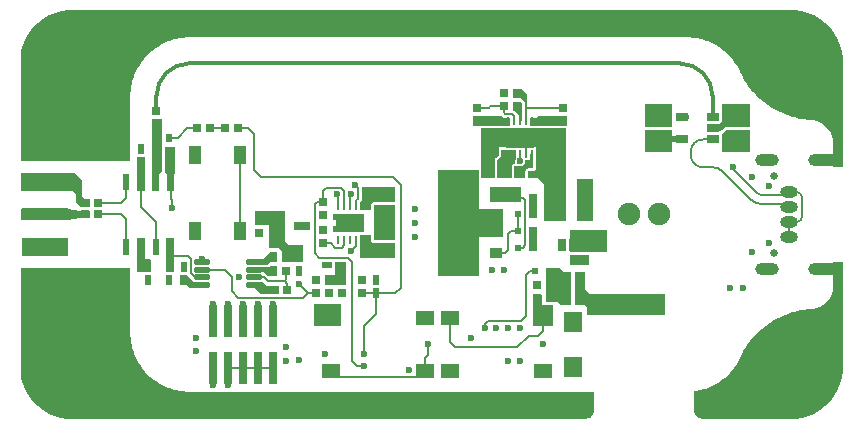
<source format=gbr>
%TF.GenerationSoftware,Altium Limited,Altium Designer,25.2.1 (25)*%
G04 Layer_Physical_Order=1*
G04 Layer_Color=5636351*
%FSLAX45Y45*%
%MOMM*%
%TF.SameCoordinates,2968D444-F816-4350-AB46-43E4CE3DDFF8*%
%TF.FilePolarity,Positive*%
%TF.FileFunction,Copper,L1,Top,Signal*%
%TF.Part,Single*%
G01*
G75*
%TA.AperFunction,Conductor*%
%ADD10C,0.20000*%
%ADD11C,0.34930*%
%TA.AperFunction,SMDPad,CuDef*%
G04:AMPARAMS|DCode=12|XSize=0.6mm|YSize=1.1mm|CornerRadius=0.051mm|HoleSize=0mm|Usage=FLASHONLY|Rotation=270.000|XOffset=0mm|YOffset=0mm|HoleType=Round|Shape=RoundedRectangle|*
%AMROUNDEDRECTD12*
21,1,0.60000,0.99800,0,0,270.0*
21,1,0.49800,1.10000,0,0,270.0*
1,1,0.10200,-0.49900,-0.24900*
1,1,0.10200,-0.49900,0.24900*
1,1,0.10200,0.49900,0.24900*
1,1,0.10200,0.49900,-0.24900*
%
%ADD12ROUNDEDRECTD12*%
%ADD13R,0.60000X0.85000*%
%ADD14R,0.65000X0.80000*%
%ADD15R,0.57000X0.64000*%
%ADD16R,0.80000X0.65000*%
%ADD17R,0.60000X1.45000*%
G04:AMPARAMS|DCode=18|XSize=0.45mm|YSize=1.4mm|CornerRadius=0.1125mm|HoleSize=0mm|Usage=FLASHONLY|Rotation=270.000|XOffset=0mm|YOffset=0mm|HoleType=Round|Shape=RoundedRectangle|*
%AMROUNDEDRECTD18*
21,1,0.45000,1.17500,0,0,270.0*
21,1,0.22500,1.40000,0,0,270.0*
1,1,0.22500,-0.58750,-0.11250*
1,1,0.22500,-0.58750,0.11250*
1,1,0.22500,0.58750,0.11250*
1,1,0.22500,0.58750,-0.11250*
%
%ADD18ROUNDEDRECTD18*%
%ADD19R,1.35000X0.65000*%
G04:AMPARAMS|DCode=20|XSize=0.6mm|YSize=0.25mm|CornerRadius=0.05mm|HoleSize=0mm|Usage=FLASHONLY|Rotation=0.000|XOffset=0mm|YOffset=0mm|HoleType=Round|Shape=RoundedRectangle|*
%AMROUNDEDRECTD20*
21,1,0.60000,0.15000,0,0,0.0*
21,1,0.50000,0.25000,0,0,0.0*
1,1,0.10000,0.25000,-0.07500*
1,1,0.10000,-0.25000,-0.07500*
1,1,0.10000,-0.25000,0.07500*
1,1,0.10000,0.25000,0.07500*
%
%ADD20ROUNDEDRECTD20*%
G04:AMPARAMS|DCode=21|XSize=1.65mm|YSize=2.4mm|CornerRadius=0.05mm|HoleSize=0mm|Usage=FLASHONLY|Rotation=90.000|XOffset=0mm|YOffset=0mm|HoleType=Round|Shape=RoundedRectangle|*
%AMROUNDEDRECTD21*
21,1,1.65000,2.30000,0,0,90.0*
21,1,1.55000,2.40000,0,0,90.0*
1,1,0.10000,1.15000,0.77500*
1,1,0.10000,1.15000,-0.77500*
1,1,0.10000,-1.15000,-0.77500*
1,1,0.10000,-1.15000,0.77500*
%
%ADD21ROUNDEDRECTD21*%
G04:AMPARAMS|DCode=22|XSize=0.6mm|YSize=0.25mm|CornerRadius=0.05mm|HoleSize=0mm|Usage=FLASHONLY|Rotation=90.000|XOffset=0mm|YOffset=0mm|HoleType=Round|Shape=RoundedRectangle|*
%AMROUNDEDRECTD22*
21,1,0.60000,0.15000,0,0,90.0*
21,1,0.50000,0.25000,0,0,90.0*
1,1,0.10000,0.07500,0.25000*
1,1,0.10000,0.07500,-0.25000*
1,1,0.10000,-0.07500,-0.25000*
1,1,0.10000,-0.07500,0.25000*
%
%ADD22ROUNDEDRECTD22*%
%ADD23R,2.38000X1.65000*%
%ADD24R,0.25000X0.70000*%
G04:AMPARAMS|DCode=25|XSize=0.6mm|YSize=1.1mm|CornerRadius=0.051mm|HoleSize=0mm|Usage=FLASHONLY|Rotation=180.000|XOffset=0mm|YOffset=0mm|HoleType=Round|Shape=RoundedRectangle|*
%AMROUNDEDRECTD25*
21,1,0.60000,0.99800,0,0,180.0*
21,1,0.49800,1.10000,0,0,180.0*
1,1,0.10200,-0.24900,0.49900*
1,1,0.10200,0.24900,0.49900*
1,1,0.10200,0.24900,-0.49900*
1,1,0.10200,-0.24900,-0.49900*
%
%ADD25ROUNDEDRECTD25*%
%ADD26R,1.12000X0.96000*%
%ADD27R,1.00000X1.60000*%
%ADD28R,1.55000X1.30000*%
%ADD29R,0.53000X0.53000*%
%TA.AperFunction,ConnectorPad*%
%ADD30R,4.00000X1.00000*%
%ADD31R,4.00000X1.50000*%
%TA.AperFunction,SMDPad,CuDef*%
%ADD32R,0.65000X2.76000*%
%ADD33R,1.50000X1.75000*%
%ADD34R,0.50000X0.60000*%
%ADD35R,0.85000X0.60000*%
%ADD36R,1.30000X1.80000*%
%TA.AperFunction,Conductor*%
%ADD37C,0.50000*%
%ADD38R,1.40000X1.00000*%
%TA.AperFunction,ComponentPad*%
%ADD39O,1.50000X1.00000*%
G04:AMPARAMS|DCode=40|XSize=2mm|YSize=1mm|CornerRadius=0.5mm|HoleSize=0mm|Usage=FLASHONLY|Rotation=180.000|XOffset=0mm|YOffset=0mm|HoleType=Round|Shape=RoundedRectangle|*
%AMROUNDEDRECTD40*
21,1,2.00000,0.00000,0,0,180.0*
21,1,1.00000,1.00000,0,0,180.0*
1,1,1.00000,-0.50000,0.00000*
1,1,1.00000,0.50000,0.00000*
1,1,1.00000,0.50000,0.00000*
1,1,1.00000,-0.50000,0.00000*
%
%ADD40ROUNDEDRECTD40*%
%ADD41C,0.65000*%
%ADD42C,1.90000*%
%TA.AperFunction,ViaPad*%
%ADD43C,7.00000*%
%ADD44C,0.60000*%
G36*
X812500Y1022500D02*
Y790000D01*
X787500D01*
Y950000D01*
X752500Y985000D01*
X687500D01*
Y1065000D01*
X770000D01*
X812500Y1022500D01*
D02*
G37*
G36*
X762500Y945000D02*
Y790000D01*
X737500D01*
Y841342D01*
X703842Y875000D01*
X687500D01*
Y955000D01*
X752500D01*
X762500Y945000D01*
D02*
G37*
G36*
X1147500Y750000D02*
X837500D01*
Y819999D01*
X884999D01*
X900000Y835000D01*
X1147500D01*
Y750000D01*
D02*
G37*
G36*
X615001Y819999D02*
X662500D01*
Y750000D01*
X352500D01*
Y835000D01*
X600000D01*
X615001Y819999D01*
D02*
G37*
G36*
X2040000Y745000D02*
X1805000D01*
Y935000D01*
X2040000D01*
Y745000D01*
D02*
G37*
G36*
X2695000Y745000D02*
X2460000Y745000D01*
Y935000D01*
X2695000D01*
Y745000D01*
D02*
G37*
G36*
Y525000D02*
X2460000D01*
Y685000D01*
X2490000Y715000D01*
X2695000D01*
Y525000D01*
D02*
G37*
G36*
X2040000D02*
X1805000D01*
Y715000D01*
X2040000D01*
Y525000D01*
D02*
G37*
G36*
X3133991Y1722259D02*
X3188388Y1707684D01*
X3240419Y1686131D01*
X3289190Y1657974D01*
X3333868Y1623691D01*
X3373691Y1583868D01*
X3407974Y1539190D01*
X3436131Y1490420D01*
X3457683Y1438389D01*
X3472258Y1383993D01*
X3479609Y1328158D01*
Y1300000D01*
Y400000D01*
X3400000D01*
Y415327D01*
X3402768Y419060D01*
X3406577Y425414D01*
X3409745Y432111D01*
X3412240Y439086D01*
X3414040Y446273D01*
X3415128Y453601D01*
X3415491Y461000D01*
X3415128Y468399D01*
X3414040Y475728D01*
X3412240Y482914D01*
X3409745Y489889D01*
X3406577Y496586D01*
X3402768Y502941D01*
X3400000Y506674D01*
Y601390D01*
X3399900Y607702D01*
X3399103Y620302D01*
X3397514Y632826D01*
X3395137Y645225D01*
X3391982Y657449D01*
X3388063Y669450D01*
X3383394Y681179D01*
X3377995Y692591D01*
X3371886Y703640D01*
X3365093Y714281D01*
X3357641Y724472D01*
X3349562Y734172D01*
X3340886Y743344D01*
X3331649Y751950D01*
X3321888Y759956D01*
X3311641Y767330D01*
X3300949Y774043D01*
X3289855Y780068D01*
X3278403Y785381D01*
X3266638Y789962D01*
X3254608Y793790D01*
X3242360Y796852D01*
X3229944Y799135D01*
X3217408Y800631D01*
X3211111Y801081D01*
Y801081D01*
X3200574Y801667D01*
X3179544Y803475D01*
X3158578Y805915D01*
X3137696Y808987D01*
X3116915Y812686D01*
X3096255Y817011D01*
X3075736Y821956D01*
X3055374Y827518D01*
X3035190Y833691D01*
X3015200Y840469D01*
X2995425Y847847D01*
X2975880Y855818D01*
X2956585Y864375D01*
X2937556Y873509D01*
X2918812Y883213D01*
X2900369Y893478D01*
X2882243Y904293D01*
X2864452Y915651D01*
X2847011Y927539D01*
X2829936Y939948D01*
X2813244Y952866D01*
X2796948Y966281D01*
X2781065Y980182D01*
X2765607Y994555D01*
X2750590Y1009387D01*
X2736027Y1024666D01*
X2721930Y1040376D01*
X2708314Y1056504D01*
X2695191Y1073036D01*
X2682571Y1089955D01*
X2670468Y1107248D01*
X2658891Y1124897D01*
X2647852Y1142887D01*
X2637360Y1161202D01*
X2627425Y1179825D01*
X2618056Y1198739D01*
X2613658Y1208333D01*
X2609872Y1216403D01*
X2601871Y1232334D01*
X2593307Y1247970D01*
X2584191Y1263291D01*
X2574534Y1278276D01*
X2564350Y1292909D01*
X2553650Y1307168D01*
X2542449Y1321037D01*
X2530761Y1334498D01*
X2518600Y1347534D01*
X2505982Y1360128D01*
X2492923Y1372264D01*
X2479440Y1383927D01*
X2465550Y1395102D01*
X2451270Y1405775D01*
X2436618Y1415932D01*
X2421614Y1425560D01*
X2406277Y1434646D01*
X2390625Y1443181D01*
X2374679Y1451152D01*
X2358458Y1458549D01*
X2341984Y1465364D01*
X2325278Y1471587D01*
X2308361Y1477210D01*
X2291254Y1482227D01*
X2273979Y1486630D01*
X2256558Y1490415D01*
X2239013Y1493577D01*
X2221366Y1496111D01*
X2203641Y1498014D01*
X2185858Y1499285D01*
X2169081Y1499883D01*
X2168042Y1499921D01*
X2159129Y1500000D01*
X2159129Y1500000D01*
X2159129Y1500000D01*
X-2050000Y1500000D01*
X-2059817Y1499903D01*
X-2079436Y1499132D01*
X-2099009Y1497592D01*
X-2118506Y1495284D01*
X-2137898Y1492213D01*
X-2157155Y1488383D01*
X-2176246Y1483799D01*
X-2195142Y1478470D01*
X-2213815Y1472403D01*
X-2232235Y1465607D01*
X-2250374Y1458094D01*
X-2268205Y1449874D01*
X-2285698Y1440960D01*
X-2302829Y1431367D01*
X-2319569Y1421108D01*
X-2335894Y1410200D01*
X-2351778Y1398660D01*
X-2367197Y1386505D01*
X-2382126Y1373754D01*
X-2396544Y1360427D01*
X-2410427Y1346543D01*
X-2423754Y1332126D01*
X-2436505Y1317197D01*
X-2448660Y1301778D01*
X-2460201Y1285894D01*
X-2471109Y1269569D01*
X-2481367Y1252829D01*
X-2490960Y1235698D01*
X-2499874Y1218204D01*
X-2508094Y1200374D01*
X-2515607Y1182235D01*
X-2522403Y1163815D01*
X-2528470Y1145142D01*
X-2533799Y1126246D01*
X-2538383Y1107155D01*
X-2542213Y1087898D01*
X-2545284Y1068506D01*
X-2547592Y1049009D01*
X-2549133Y1029435D01*
X-2549903Y1009817D01*
X-2550000Y1000000D01*
X-2550000D01*
Y450000D01*
X-3479610D01*
Y1300000D01*
Y1328158D01*
X-3472259Y1383991D01*
X-3457684Y1438388D01*
X-3436131Y1490420D01*
X-3407974Y1539190D01*
X-3373691Y1583868D01*
X-3333868Y1623691D01*
X-3289190Y1657974D01*
X-3240420Y1686131D01*
X-3188389Y1707683D01*
X-3133993Y1722259D01*
X-3078158Y1729609D01*
X3078158D01*
X3133991Y1722259D01*
D02*
G37*
G36*
X862500Y390000D02*
X815000D01*
X813040Y389904D01*
X809194Y389139D01*
X805572Y387639D01*
X802312Y385460D01*
X799540Y382688D01*
X797361Y379428D01*
X795861Y375806D01*
X795096Y371960D01*
X795000Y370000D01*
Y310000D01*
X700000D01*
Y406907D01*
X750000D01*
X752818Y407000D01*
X758407Y407735D01*
X763851Y409194D01*
X769059Y411351D01*
X773941Y414170D01*
X778413Y417601D01*
X782398Y421587D01*
X785830Y426059D01*
X788648Y430940D01*
X790805Y436148D01*
X792264Y441593D01*
X793000Y447181D01*
X793092Y450000D01*
Y460000D01*
X837500D01*
Y510000D01*
X862500D01*
Y390000D01*
D02*
G37*
G36*
X712500Y471230D02*
X711212Y468773D01*
X709122Y463636D01*
X707709Y458273D01*
X706997Y452773D01*
X706908Y450000D01*
Y426907D01*
X700000D01*
X698040Y426811D01*
X694194Y426046D01*
X690572Y424546D01*
X687312Y422367D01*
X684540Y419595D01*
X682362Y416335D01*
X680861Y412713D01*
X680097Y408868D01*
X680000Y406907D01*
Y310000D01*
X555000D01*
Y462303D01*
X557494Y463160D01*
X562329Y465263D01*
X566916Y467864D01*
X571204Y470933D01*
X575145Y474436D01*
X578695Y478335D01*
X581814Y482586D01*
X584469Y487142D01*
X586629Y491953D01*
X588270Y496963D01*
X589375Y502119D01*
X589930Y507363D01*
X590000Y509999D01*
X590000Y510000D01*
Y547500D01*
X712500D01*
Y471230D01*
D02*
G37*
G36*
X-2170000Y354500D02*
X-2179500Y345000D01*
Y200000D01*
X-2239500D01*
Y345000D01*
X-2255000Y360500D01*
Y572500D01*
X-2170000Y572500D01*
Y354500D01*
D02*
G37*
G36*
X-2284999Y366500D02*
X-2306500Y345000D01*
Y200000D01*
X-2366500D01*
Y345000D01*
X-2370000Y348500D01*
Y805000D01*
X-2284999D01*
Y366500D01*
D02*
G37*
G36*
X-2430000Y200000D02*
X-2493500D01*
Y485000D01*
X-2430000D01*
Y200000D01*
D02*
G37*
G36*
X755000Y110000D02*
X491000D01*
Y232000D01*
X755000D01*
Y110000D01*
D02*
G37*
G36*
X-2960000Y290000D02*
Y157501D01*
X-2934999Y132500D01*
X-2894999D01*
Y67500D01*
X-2975000D01*
X-3010000Y102500D01*
Y170000D01*
X-3042000Y202000D01*
X-3475000D01*
Y352000D01*
X-3022000D01*
X-2960000Y290000D01*
D02*
G37*
G36*
X-311000Y105000D02*
X-485000D01*
X-486635Y104946D01*
X-489877Y104519D01*
X-493036Y103673D01*
X-496057Y102421D01*
X-498889Y100786D01*
X-501484Y98795D01*
X-503796Y96483D01*
X-505787Y93889D01*
X-507422Y91057D01*
X-508673Y88035D01*
X-509519Y84877D01*
X-509946Y81635D01*
X-510000Y80000D01*
Y37500D01*
X-602500D01*
Y107500D01*
X-590000Y120000D01*
Y232000D01*
X-311000D01*
Y105000D01*
D02*
G37*
G36*
X895000Y-30000D02*
X825000D01*
Y170000D01*
X895000D01*
Y-30000D01*
D02*
G37*
G36*
X-2975000Y32500D02*
X-2894999D01*
Y-32500D01*
X-2975000D01*
X-3075000Y-50000D01*
X-3475000D01*
Y50000D01*
X-3075000D01*
X-2975000Y32500D01*
D02*
G37*
G36*
X1365000Y-55000D02*
X1235000D01*
Y300000D01*
X1365000D01*
Y-55000D01*
D02*
G37*
G36*
X1135000D02*
X955000D01*
Y255001D01*
X900000Y310000D01*
X815000D01*
Y370000D01*
X862500D01*
Y370001D01*
X864460Y370097D01*
X868306Y370862D01*
X871928Y372362D01*
X875188Y374540D01*
X877960Y377312D01*
X880138Y380572D01*
X881639Y384195D01*
X882403Y388040D01*
X882500Y390000D01*
X882500Y567500D01*
X570000D01*
Y510000D01*
X569999Y510000D01*
X570000Y507823D01*
X569371Y503516D01*
X568128Y499344D01*
X566295Y495395D01*
X563911Y491753D01*
X561027Y488492D01*
X557702Y485682D01*
X554006Y483382D01*
X550017Y481639D01*
X545819Y480490D01*
X541498Y479959D01*
X537145Y480057D01*
X534999Y480420D01*
X535000Y310000D01*
X420000D01*
Y732500D01*
X1135000D01*
Y-55000D01*
D02*
G37*
G36*
X-311000Y-220000D02*
X-485000D01*
Y80000D01*
X-311000D01*
Y-220000D01*
D02*
G37*
G36*
X895000Y-310000D02*
X825000D01*
Y-110000D01*
X895000D01*
Y-310000D01*
D02*
G37*
G36*
X1485000Y-315000D02*
X1170000D01*
Y-135000D01*
X1485000D01*
Y-315000D01*
D02*
G37*
G36*
X-510000Y-220000D02*
X-509947Y-221635D01*
X-509520Y-224877D01*
X-508674Y-228036D01*
X-507422Y-231057D01*
X-505787Y-233890D01*
X-503796Y-236484D01*
X-501484Y-238796D01*
X-498890Y-240787D01*
X-496058Y-242422D01*
X-493036Y-243673D01*
X-489878Y-244520D01*
X-486636Y-244947D01*
X-485000Y-245000D01*
X-311000D01*
Y-372001D01*
X-602500D01*
Y-177500D01*
X-510000D01*
Y-220000D01*
D02*
G37*
G36*
X-1240000Y-227500D02*
X-1207500Y-260000D01*
X-1090000D01*
Y-405000D01*
X-1262500D01*
X-1262500Y-307500D01*
X-1290000Y-280000D01*
X-1375000D01*
Y-85001D01*
X-1492500D01*
Y27500D01*
X-1240000D01*
Y-227500D01*
D02*
G37*
G36*
X-1310000Y-405000D02*
X-1370000D01*
X-1390000Y-425000D01*
X-1500000D01*
Y-380000D01*
X-1430000D01*
X-1370000Y-320000D01*
X-1310000D01*
Y-405000D01*
D02*
G37*
G36*
X1335000Y-431500D02*
X1170000D01*
Y-345000D01*
X1335000D01*
Y-431500D01*
D02*
G37*
G36*
X-2179500Y-485000D02*
X-2250000D01*
Y-200000D01*
X-2179500D01*
Y-485000D01*
D02*
G37*
G36*
X-2430000Y-485000D02*
X-2493500D01*
Y-200000D01*
X-2430000D01*
Y-485000D01*
D02*
G37*
G36*
X-1310000Y-520000D02*
X-1385000D01*
X-1415000Y-490000D01*
X-1500000D01*
Y-445000D01*
X-1380000D01*
X-1370000Y-435000D01*
X-1310000D01*
Y-520000D01*
D02*
G37*
G36*
X400000Y50000D02*
X603000D01*
Y-190000D01*
X399999D01*
Y-520000D01*
X55000D01*
Y380000D01*
X400000D01*
Y50000D01*
D02*
G37*
G36*
X-727500Y-595000D02*
X-902500D01*
Y-514999D01*
X-815000D01*
Y-400000D01*
X-727500D01*
Y-595000D01*
D02*
G37*
G36*
X-2069132Y-515868D02*
X-2010000Y-575000D01*
X-1940000D01*
Y-620000D01*
X-2050000D01*
X-2070000Y-600000D01*
X-2130000D01*
Y-515000D01*
X-2070000D01*
X-2069132Y-515868D01*
D02*
G37*
G36*
X-1397500Y-607500D02*
X-1295000D01*
Y-672500D01*
X-1447500D01*
X-1500000Y-620000D01*
Y-575000D01*
X-1430000D01*
X-1397500Y-607500D01*
D02*
G37*
G36*
X1123500Y-488500D02*
X1185000D01*
Y-770000D01*
X1100000D01*
X1072500Y-742500D01*
X964999D01*
Y-450000D01*
X1085000D01*
X1123500Y-488500D01*
D02*
G37*
G36*
X1300000Y-632500D02*
X1340000Y-672500D01*
X1975000D01*
Y-850500D01*
X1315000D01*
Y-785000D01*
X1300000Y-770000D01*
X1215000D01*
Y-488500D01*
X1300000D01*
Y-632500D01*
D02*
G37*
G36*
X935000Y-770000D02*
X1025000D01*
Y-940000D01*
X855000D01*
Y-677500D01*
X935000D01*
Y-770000D01*
D02*
G37*
G36*
X-770000Y-940000D02*
X-995000D01*
Y-760000D01*
X-770000D01*
Y-940000D01*
D02*
G37*
G36*
X3479609Y-1300000D02*
Y-1328158D01*
X3472258Y-1383992D01*
X3457683Y-1438388D01*
X3436131Y-1490420D01*
X3407974Y-1539190D01*
X3373691Y-1583868D01*
X3333868Y-1623691D01*
X3289190Y-1657974D01*
X3240419Y-1686131D01*
X3188389Y-1707684D01*
X3133993Y-1722259D01*
X3078158Y-1729609D01*
X2292160D01*
X2276778Y-1726550D01*
X2262290Y-1720549D01*
X2249252Y-1711837D01*
X2238163Y-1700748D01*
X2229451Y-1687709D01*
X2223450Y-1673221D01*
X2220391Y-1657840D01*
Y-1650000D01*
Y-1496145D01*
X2228195Y-1495207D01*
X2246874Y-1492241D01*
X2265427Y-1488570D01*
X2283828Y-1484200D01*
X2302051Y-1479138D01*
X2320070Y-1473390D01*
X2337858Y-1466965D01*
X2355390Y-1459871D01*
X2372641Y-1452120D01*
X2389588Y-1443722D01*
X2406204Y-1434689D01*
X2422467Y-1425033D01*
X2438353Y-1414770D01*
X2453839Y-1403913D01*
X2468904Y-1392479D01*
X2483525Y-1380483D01*
X2497683Y-1367942D01*
X2511356Y-1354875D01*
X2524525Y-1341300D01*
X2537171Y-1327237D01*
X2549276Y-1312706D01*
X2560823Y-1297727D01*
X2571796Y-1282322D01*
X2582178Y-1266514D01*
X2591954Y-1250324D01*
X2601112Y-1233775D01*
X2609637Y-1216893D01*
X2613658Y-1208333D01*
X2618056Y-1198740D01*
X2627425Y-1179826D01*
X2637360Y-1161203D01*
X2647852Y-1142888D01*
X2658891Y-1124897D01*
X2670468Y-1107248D01*
X2682571Y-1089956D01*
X2695191Y-1073036D01*
X2708314Y-1056505D01*
X2721930Y-1040376D01*
X2736026Y-1024666D01*
X2750590Y-1009387D01*
X2765607Y-994555D01*
X2781064Y-980182D01*
X2796948Y-966282D01*
X2813244Y-952866D01*
X2829936Y-939948D01*
X2847011Y-927539D01*
X2864452Y-915651D01*
X2882243Y-904294D01*
X2900369Y-893478D01*
X2918812Y-883213D01*
X2937556Y-873509D01*
X2956585Y-864375D01*
X2975880Y-855818D01*
X2995425Y-847848D01*
X3015200Y-840469D01*
X3035190Y-833691D01*
X3055374Y-827518D01*
X3075736Y-821956D01*
X3096255Y-817011D01*
X3116915Y-812687D01*
X3137696Y-808987D01*
X3158578Y-805915D01*
X3179544Y-803475D01*
X3200574Y-801667D01*
X3211111Y-801081D01*
X3217408Y-800631D01*
X3229944Y-799136D01*
X3242360Y-796852D01*
X3254608Y-793790D01*
X3266638Y-789962D01*
X3278403Y-785382D01*
X3289855Y-780069D01*
X3300949Y-774043D01*
X3311641Y-767330D01*
X3321888Y-759956D01*
X3331650Y-751950D01*
X3340886Y-743344D01*
X3349562Y-734173D01*
X3357641Y-724472D01*
X3365093Y-714281D01*
X3371886Y-703640D01*
X3377995Y-692591D01*
X3383395Y-681179D01*
X3388063Y-669450D01*
X3391983Y-657449D01*
X3395137Y-645225D01*
X3397514Y-632826D01*
X3399104Y-620302D01*
X3399900Y-607702D01*
X3400000Y-601390D01*
Y-506673D01*
X3402768Y-502941D01*
X3406577Y-496586D01*
X3409745Y-489889D01*
X3412240Y-482914D01*
X3414040Y-475728D01*
X3415128Y-468399D01*
X3415491Y-461000D01*
X3415128Y-453601D01*
X3414040Y-446273D01*
X3412240Y-439086D01*
X3409745Y-432111D01*
X3406577Y-425414D01*
X3402768Y-419060D01*
X3400000Y-415327D01*
Y-400000D01*
X3479609D01*
Y-1300000D01*
D02*
G37*
G36*
X-2550000Y-1000000D02*
X-2549904Y-1009817D01*
X-2549133Y-1029436D01*
X-2547593Y-1049009D01*
X-2545285Y-1068506D01*
X-2542213Y-1087898D01*
X-2538383Y-1107155D01*
X-2533800Y-1126246D01*
X-2528470Y-1145142D01*
X-2522403Y-1163815D01*
X-2515608Y-1182235D01*
X-2508094Y-1200375D01*
X-2499874Y-1218205D01*
X-2490961Y-1235699D01*
X-2481367Y-1252829D01*
X-2471109Y-1269569D01*
X-2460201Y-1285894D01*
X-2448660Y-1301778D01*
X-2436505Y-1317197D01*
X-2423754Y-1332126D01*
X-2410427Y-1346544D01*
X-2396544Y-1360427D01*
X-2382126Y-1373754D01*
X-2367197Y-1386505D01*
X-2351778Y-1398660D01*
X-2335894Y-1410201D01*
X-2319569Y-1421109D01*
X-2302829Y-1431367D01*
X-2285699Y-1440961D01*
X-2268205Y-1449874D01*
X-2250374Y-1458094D01*
X-2232235Y-1465608D01*
X-2213815Y-1472403D01*
X-2195142Y-1478470D01*
X-2176246Y-1483800D01*
X-2157155Y-1488383D01*
X-2137898Y-1492213D01*
X-2118506Y-1495285D01*
X-2099009Y-1497593D01*
X-2079436Y-1499133D01*
X-2059817Y-1499904D01*
X-2050000Y-1500000D01*
X1379609D01*
Y-1650000D01*
Y-1657841D01*
X1376550Y-1673221D01*
X1370548Y-1687710D01*
X1361837Y-1700748D01*
X1350747Y-1711837D01*
X1337709Y-1720549D01*
X1323221Y-1726550D01*
X1307840Y-1729609D01*
X-3078158D01*
X-3133992Y-1722259D01*
X-3188388Y-1707684D01*
X-3240420Y-1686131D01*
X-3289190Y-1657974D01*
X-3333868Y-1623691D01*
X-3373691Y-1583868D01*
X-3407974Y-1539190D01*
X-3436131Y-1490420D01*
X-3457684Y-1438389D01*
X-3472259Y-1383993D01*
X-3479610Y-1328158D01*
Y-1300000D01*
Y-450000D01*
X-2550000D01*
Y-1000000D01*
D02*
G37*
D10*
X2296421Y635000D02*
G03*
X2225711Y605711I0J-100000D01*
G01*
X2224289Y604290D02*
G03*
X2195000Y533579I70711J-70711D01*
G01*
Y500000D02*
G03*
X2295000Y400000I100000J0D01*
G01*
X2466612Y363388D02*
G03*
X2378224Y400000I-88388J-88388D01*
G01*
X3140000Y140500D02*
G03*
X3090000Y190500I-50000J0D01*
G01*
Y-63500D02*
G03*
X3140000Y-13500I0J50000D01*
G01*
X2756421Y179645D02*
G03*
X2791777Y165000I35355J35355D01*
G01*
X2703389Y126612D02*
G03*
X2791777Y90000I88388J88388D01*
G01*
X2296421Y635000D02*
X2380000D01*
X2224289Y604290D02*
X2225711Y605711D01*
X2195000Y500000D02*
Y533579D01*
X2295000Y400000D02*
X2378224D01*
X-1549999Y730000D02*
X-1500000Y680000D01*
X-1635000Y730000D02*
X-1549999D01*
X-1500000Y380000D02*
Y680000D01*
X-1440000Y320000D02*
X-330000D01*
X-1500000Y380000D02*
X-1440000Y320000D01*
X-330000D02*
X-260000Y250000D01*
X-307500Y-667500D02*
X-260000Y-620000D01*
Y250000D01*
X-590000Y-665000D02*
X-587500Y-667500D01*
X-470000D01*
X-572500Y-942500D02*
X-470000Y-840000D01*
X-572500Y-1180000D02*
Y-942500D01*
X-470000Y-840000D02*
Y-667500D01*
X-307500D01*
X-1745000Y730000D02*
X-1745000Y730000D01*
X-1875000Y730000D02*
X-1745000D01*
X-2150000Y650000D02*
X-2070000Y730000D01*
X-1985000D01*
X-2221000Y650000D02*
X-2150000D01*
X2466612Y363388D02*
X2703389Y126612D01*
X3140000Y-13500D02*
Y140500D01*
X3023000Y190500D02*
X3090000D01*
X3023000Y-63500D02*
X3090000D01*
X2555000Y381066D02*
X2756421Y179645D01*
X2791777Y165000D02*
X2997500D01*
X2555000Y381066D02*
Y400000D01*
X2791777Y90000D02*
X2996500D01*
X-650000Y250000D02*
X-625000Y225000D01*
Y135000D02*
Y225000D01*
X-640000Y120000D02*
X-625000Y135000D01*
X-640000Y72500D02*
Y120000D01*
X-1085000Y-705000D02*
X-1045000Y-665000D01*
X-1120000Y-590000D02*
X-1045000Y-665000D01*
X-980000D01*
X-1635000Y-705000D02*
X-1085000D01*
X-970000Y105000D02*
X-920000D01*
X-990000Y-330000D02*
Y85000D01*
X-970000Y105000D01*
X-990000Y-330000D02*
X-950000Y-370000D01*
X-705000D01*
X-675000Y-400000D01*
Y-1240000D02*
Y-400000D01*
Y-1240000D02*
X-635000Y-1280000D01*
X-572500D01*
X-920000Y195000D02*
X-890000Y225000D01*
X-920000Y105000D02*
Y195000D01*
X-890000Y225000D02*
X-770000D01*
X-740000Y195000D01*
Y72500D02*
Y195000D01*
X730000Y140000D02*
X775000D01*
X795000Y120000D01*
X795000Y-260000D02*
Y120000D01*
X775000Y-280000D02*
X795000Y-260000D01*
X730000Y-280000D02*
X775000D01*
X-107500Y-1380000D02*
X-52500Y-1325000D01*
X-847500D02*
X-792499Y-1380000D01*
X-107500D01*
X-1726999Y-1302000D02*
X-1600000D01*
X-1473000D01*
X-1346000D01*
X947501Y-982499D02*
Y-875000D01*
X905000Y-1025000D02*
X947501Y-982499D01*
X825000Y-1025000D02*
X905000D01*
X725000Y-1125000D02*
X825000Y-1025000D01*
X200000Y-1125000D02*
X725000D01*
X152500Y-1077500D02*
X200000Y-1125000D01*
X152500Y-1077500D02*
Y-875000D01*
X3023000Y-190500D02*
Y-63500D01*
X3056500Y90000D02*
X3083000Y63500D01*
X2997500Y165000D02*
X3023000Y190500D01*
X800000Y509999D02*
Y650000D01*
X750000D02*
X800000D01*
X800000Y790000D02*
Y905000D01*
X1115000D01*
X750000Y450000D02*
Y509999D01*
X487499Y905000D02*
X497500Y915000D01*
X610000D01*
X385000Y905000D02*
X487499D01*
X700000Y790000D02*
Y835550D01*
X683550Y852000D02*
X700000Y835550D01*
X625358Y852000D02*
X683550D01*
X609999Y867359D02*
X610000Y915000D01*
X609999Y867359D02*
X625358Y852000D01*
X730000Y-140000D02*
Y-0D01*
X650000Y-300000D02*
Y-163000D01*
X547000Y-324000D02*
X626000D01*
X650000Y-300000D01*
Y-163000D02*
X673000Y-140000D01*
X730000D01*
X760000Y-900000D02*
X800000Y-860000D01*
Y-510000D01*
X480000Y-900000D02*
X760000D01*
X830000Y-480000D02*
X880000D01*
X800000Y-510000D02*
X830000Y-480000D01*
X455001Y-924999D02*
X480000Y-900000D01*
X455001Y-960000D02*
Y-924999D01*
X-920000Y-245000D02*
X-850000D01*
X-815000Y-280000D02*
X-760000D01*
X-850000Y-245000D02*
X-815000Y-280000D01*
X-760000D02*
X-740000Y-260000D01*
Y-212500D01*
X-797500Y170000D02*
X-790000Y162500D01*
Y72500D02*
Y162500D01*
X-690000Y162501D02*
X-682500Y170000D01*
X-690000Y72500D02*
Y162501D01*
X-640000Y-267499D02*
Y-212500D01*
X-682500Y-310000D02*
X-640000Y-267499D01*
X-1620000Y-140000D02*
Y500000D01*
X-52500Y-1325000D02*
Y-1212499D01*
X-32500Y-1192500D02*
Y-1100000D01*
X-52500Y-1212499D02*
X-32500Y-1192500D01*
X-2220000Y-355000D02*
X-2065000D01*
X-2220000Y-400000D02*
Y-355000D01*
X-2065000D02*
X-2040000Y-380000D01*
Y-495000D02*
Y-380000D01*
Y-495000D02*
X-2002500Y-532500D01*
X-1940000D01*
X-1690000Y-650000D02*
X-1635000Y-705000D01*
X-1752500Y-467500D02*
X-1690000Y-530000D01*
Y-650000D02*
Y-530000D01*
X-1940000Y-467500D02*
X-1752500D01*
X-2463500Y63500D02*
Y272500D01*
Y63500D02*
X-2336500Y-63500D01*
Y-272500D02*
Y-63500D01*
X-2200000Y57500D02*
Y125000D01*
X-2209500Y134500D02*
X-2200000Y125000D01*
X-2209500Y134500D02*
Y272500D01*
X-1230000Y-550329D02*
Y-475000D01*
X-1244836Y-565164D02*
X-1230000Y-550329D01*
X-1225000Y-640000D02*
Y-585000D01*
X-1244836Y-565164D02*
X-1225000Y-585000D01*
X-1385036Y-565164D02*
X-1244836D01*
X-1417700Y-532500D02*
X-1385036Y-565164D01*
X-1500000Y-532500D02*
X-1417700D01*
X-2825000Y0D02*
X-2630000D01*
X-2590500Y-39500D01*
Y-272500D02*
Y-39500D01*
Y139500D02*
Y272500D01*
X-2630000Y100000D02*
X-2590500Y139500D01*
X-2825000Y100000D02*
X-2630000D01*
D11*
X2380000Y1000000D02*
G03*
X2100000Y1280000I-280000J0D01*
G01*
X-2050000D02*
G03*
X-2330000Y1000000I0J-280000D01*
G01*
X2380000Y825000D02*
Y1000000D01*
X-2050000Y1280000D02*
X2100000D01*
X-2330000Y875000D02*
Y1000000D01*
D12*
X2120000Y635000D02*
D03*
Y825000D02*
D03*
X2380000D02*
D03*
Y730000D02*
D03*
Y635000D02*
D03*
D13*
X1980000Y787500D02*
D03*
Y672500D02*
D03*
X2520000Y787500D02*
D03*
Y672500D02*
D03*
X-470000Y-667500D02*
D03*
Y-552500D02*
D03*
X-2220000Y-442500D02*
D03*
Y-557500D02*
D03*
X-2400000D02*
D03*
Y-442500D02*
D03*
X-2460000Y442500D02*
D03*
Y557500D02*
D03*
X-1340000Y-477500D02*
D03*
Y-362500D02*
D03*
X-2100000Y-557500D02*
D03*
Y-442500D02*
D03*
X1005000Y677501D02*
D03*
Y792501D02*
D03*
X-1120000Y-362500D02*
D03*
Y-477500D02*
D03*
X495000Y792501D02*
D03*
Y677501D02*
D03*
D14*
X-590000Y-555000D02*
D03*
Y-665000D02*
D03*
X-2330000Y875000D02*
D03*
Y765000D02*
D03*
X-980000Y-665000D02*
D03*
Y-555000D02*
D03*
X-1230000Y-475000D02*
D03*
Y-365000D02*
D03*
X-870000Y-555000D02*
D03*
Y-665000D02*
D03*
X-760000Y-555000D02*
D03*
Y-665000D02*
D03*
X1115000Y905000D02*
D03*
Y795000D02*
D03*
X720000Y915000D02*
D03*
Y1025000D02*
D03*
X610000Y915000D02*
D03*
Y1025000D02*
D03*
X-1460000Y-155000D02*
D03*
Y-45000D02*
D03*
X385000Y795000D02*
D03*
Y905000D02*
D03*
X-920000Y-245000D02*
D03*
Y-135000D02*
D03*
Y105000D02*
D03*
Y-5000D02*
D03*
D15*
X-2319000Y650000D02*
D03*
X-2221000Y650000D02*
D03*
D16*
X-1985000Y730000D02*
D03*
X-1875000Y730000D02*
D03*
X-1745000Y730000D02*
D03*
X-1635000Y730000D02*
D03*
X-2325000Y540000D02*
D03*
X-2215000D02*
D03*
X-2825000Y100000D02*
D03*
X-2935000D02*
D03*
X-2825000Y0D02*
D03*
X-2935000D02*
D03*
X-1335000Y-640000D02*
D03*
X-1225000D02*
D03*
X895000Y-710000D02*
D03*
X1005000D02*
D03*
X1005000Y-600000D02*
D03*
X895000D02*
D03*
X1255000Y-630000D02*
D03*
X1145000D02*
D03*
D17*
X-2590500Y-272500D02*
D03*
X-2463500D02*
D03*
X-2336500D02*
D03*
X-2209500D02*
D03*
X-2590500Y272500D02*
D03*
X-2463500D02*
D03*
X-2336500D02*
D03*
X-2209500D02*
D03*
D18*
X-1940000Y-402500D02*
D03*
Y-467500D02*
D03*
Y-532500D02*
D03*
Y-597500D02*
D03*
X-1500000Y-402500D02*
D03*
Y-467500D02*
D03*
Y-532500D02*
D03*
Y-597500D02*
D03*
D19*
X-1307500Y-5000D02*
D03*
Y-195000D02*
D03*
X-1092500Y-100000D02*
D03*
D20*
X890000Y625000D02*
D03*
X610000D02*
D03*
X890000Y675000D02*
D03*
X610000D02*
D03*
D21*
X750000Y650000D02*
D03*
D22*
X650000Y790000D02*
D03*
X700000D02*
D03*
X750000D02*
D03*
X800000D02*
D03*
X850000D02*
D03*
Y510000D02*
D03*
X800000D02*
D03*
X750000D02*
D03*
X700000D02*
D03*
X650000D02*
D03*
D23*
X-690000Y-70000D02*
D03*
D24*
X-590000Y-212500D02*
D03*
X-640000D02*
D03*
X-690000D02*
D03*
X-740000D02*
D03*
X-790000D02*
D03*
Y72500D02*
D03*
X-740000D02*
D03*
X-690000D02*
D03*
X-640000D02*
D03*
X-590000D02*
D03*
D25*
X1105000Y-260000D02*
D03*
X1200000D02*
D03*
X1295000D02*
D03*
Y0D02*
D03*
X1105000D02*
D03*
D26*
X547000Y184000D02*
D03*
Y-70000D02*
D03*
Y-324000D02*
D03*
X-367000D02*
D03*
Y-70000D02*
D03*
Y184000D02*
D03*
D27*
X-2000000Y500000D02*
D03*
X-1620000D02*
D03*
Y-140000D02*
D03*
X-2000000D02*
D03*
D28*
X-52500Y-875000D02*
D03*
Y-1325000D02*
D03*
X-847500D02*
D03*
Y-875000D02*
D03*
X947501D02*
D03*
Y-1325000D02*
D03*
X152500D02*
D03*
Y-875000D02*
D03*
D29*
X1200000Y-405000D02*
D03*
X1250000Y-515000D02*
D03*
X1150000D02*
D03*
D30*
X-3275000Y0D02*
D03*
D31*
Y277000D02*
D03*
Y-277000D02*
D03*
D32*
X-1346000Y-898000D02*
D03*
Y-1302000D02*
D03*
X-1473000Y-898000D02*
D03*
Y-1302000D02*
D03*
X-1600000Y-898000D02*
D03*
Y-1302000D02*
D03*
X-1727000Y-898000D02*
D03*
Y-1302000D02*
D03*
X-1854000Y-898000D02*
D03*
Y-1302000D02*
D03*
D33*
X1200001Y-912500D02*
D03*
Y-1287500D02*
D03*
D34*
X870000Y0D02*
D03*
X730000D02*
D03*
X870000Y140000D02*
D03*
X730000D02*
D03*
X730000Y-140000D02*
D03*
X870000D02*
D03*
X730000Y-280000D02*
D03*
X870000D02*
D03*
X1020000Y-480000D02*
D03*
X880000D02*
D03*
D35*
X-2327500Y430000D02*
D03*
X-2212500D02*
D03*
X-772500Y-430000D02*
D03*
X-887500D02*
D03*
X857500Y340000D02*
D03*
X742500D02*
D03*
X597500D02*
D03*
X482500D02*
D03*
X1257500Y-740000D02*
D03*
X1142500D02*
D03*
D36*
X1300000Y210000D02*
D03*
X1020000D02*
D03*
D37*
X2380000Y730000D02*
X2442500D01*
X2500000Y787500D01*
X1940000Y635000D02*
X2120000D01*
X1895000Y590000D02*
X1940000Y635000D01*
D38*
X3360000Y461000D02*
D03*
Y-461000D02*
D03*
D39*
X3023000Y190500D02*
D03*
Y63500D02*
D03*
Y-190500D02*
D03*
Y-63500D02*
D03*
D40*
X3290000Y461000D02*
D03*
X2840000D02*
D03*
Y-461000D02*
D03*
X3290000D02*
D03*
D41*
X2896000Y330000D02*
D03*
Y-330000D02*
D03*
D42*
X1925000Y-0D02*
D03*
X1675000D02*
D03*
D43*
X3050000Y1300000D02*
D03*
Y-1300000D02*
D03*
X-3050000D02*
D03*
Y1300000D02*
D03*
D44*
X2000000Y672500D02*
D03*
X2605000Y590000D02*
D03*
Y870000D02*
D03*
X-590000Y-555000D02*
D03*
X-470000Y-552500D02*
D03*
X-772500Y-430000D02*
D03*
X-572500Y-1180000D02*
D03*
Y-1280000D02*
D03*
X-3175000Y277000D02*
D03*
X-3375000D02*
D03*
Y-277000D02*
D03*
X-3175000D02*
D03*
X-3430000Y-1200000D02*
D03*
X-3430000Y1200000D02*
D03*
X3430000D02*
D03*
Y900000D02*
D03*
X3430000Y-1200000D02*
D03*
Y-900000D02*
D03*
Y-600000D02*
D03*
Y600000D02*
D03*
X-3350000Y650000D02*
D03*
X-3400000Y850000D02*
D03*
X-3100000Y550000D02*
D03*
X-2800000D02*
D03*
X-2650000Y650000D02*
D03*
Y-650000D02*
D03*
X-2800000Y-550000D02*
D03*
X-3100000D02*
D03*
X-3400000Y-850000D02*
D03*
X-3350000Y-650000D02*
D03*
X-0Y-1600000D02*
D03*
X800000D02*
D03*
X400000D02*
D03*
X-400000D02*
D03*
X-800000D02*
D03*
X-1200000D02*
D03*
X-1600000D02*
D03*
X-2000000D02*
D03*
X-2400000D02*
D03*
X1200000D02*
D03*
X2400000D02*
D03*
X2600000Y-1650000D02*
D03*
X-2200000D02*
D03*
X-1800000D02*
D03*
X-1400001D02*
D03*
X-1000000D02*
D03*
X-600000D02*
D03*
X-200000D02*
D03*
X600000D02*
D03*
X1000000D02*
D03*
X200000D02*
D03*
X-2600000D02*
D03*
X-2600000Y1650000D02*
D03*
X200000D02*
D03*
X1000000D02*
D03*
X600000D02*
D03*
X-200000D02*
D03*
X-600000D02*
D03*
X-1000000D02*
D03*
X-1400000D02*
D03*
X-1800000D02*
D03*
X-2200000D02*
D03*
X1400000D02*
D03*
X1800000D02*
D03*
X2200000D02*
D03*
X2600000D02*
D03*
X2400000Y1600000D02*
D03*
X2000000D02*
D03*
X1600000D02*
D03*
X1200000D02*
D03*
X-2400000D02*
D03*
X-2000000D02*
D03*
X-1600000D02*
D03*
X-1200000D02*
D03*
X-800000D02*
D03*
X-400000D02*
D03*
X400000D02*
D03*
X800000D02*
D03*
X0D02*
D03*
X613000Y-470000D02*
D03*
X513000D02*
D03*
X-650000Y250000D02*
D03*
X-710000Y-20000D02*
D03*
X-810000D02*
D03*
X-610000D02*
D03*
Y-120000D02*
D03*
X-810000D02*
D03*
X-710000D02*
D03*
X-1620000Y-140000D02*
D03*
X-1120000Y-590000D02*
D03*
X-1630000Y-530000D02*
D03*
X-1992499Y-1047500D02*
D03*
X-1992499Y-1152500D02*
D03*
X-1460000Y-45000D02*
D03*
X620000Y430000D02*
D03*
X-1120000Y-1235000D02*
D03*
X-1230000Y-1237500D02*
D03*
X-22500Y-845000D02*
D03*
X-195000Y-1317500D02*
D03*
X152500Y-875000D02*
D03*
X1450000Y-170000D02*
D03*
Y-270000D02*
D03*
X857500Y340000D02*
D03*
X742500D02*
D03*
X905000Y792500D02*
D03*
X495000D02*
D03*
X2155000Y825000D02*
D03*
X1895000Y590000D02*
D03*
X1995000Y570000D02*
D03*
X1895000Y870000D02*
D03*
X1995000Y890000D02*
D03*
X2000000Y787500D02*
D03*
X2500000D02*
D03*
X2505000Y890000D02*
D03*
Y570000D02*
D03*
X2500000Y672500D02*
D03*
X645000Y-960000D02*
D03*
X745001D02*
D03*
X2711600Y320000D02*
D03*
X2856400Y240000D02*
D03*
Y-240000D02*
D03*
X2711600Y-320000D02*
D03*
X745001Y-1240000D02*
D03*
X645000D02*
D03*
X2530000Y-625000D02*
D03*
X2640000Y-625000D02*
D03*
X2555000Y400000D02*
D03*
X540000Y510000D02*
D03*
X960000Y510000D02*
D03*
X650000Y650000D02*
D03*
X850000D02*
D03*
X750000D02*
D03*
X1005000Y635001D02*
D03*
Y792500D02*
D03*
X750000Y450000D02*
D03*
X495000Y635001D02*
D03*
X595000Y792500D02*
D03*
X610000Y1025000D02*
D03*
X858500Y120000D02*
D03*
Y-260000D02*
D03*
X120001Y-70000D02*
D03*
X120000Y170000D02*
D03*
X120000Y50000D02*
D03*
X119999Y289999D02*
D03*
Y-429999D02*
D03*
X120000Y-190000D02*
D03*
X120000Y-310000D02*
D03*
X-140000Y-190000D02*
D03*
X-140000Y50000D02*
D03*
X-140000Y-70000D02*
D03*
X330000Y-1045000D02*
D03*
X1300000Y260000D02*
D03*
Y160000D02*
D03*
X1020000D02*
D03*
Y260000D02*
D03*
X1300000Y-378500D02*
D03*
X1200000D02*
D03*
X1105000Y-260000D02*
D03*
X1700000Y-761500D02*
D03*
X1900000D02*
D03*
X1800000D02*
D03*
X895000Y-600000D02*
D03*
X455001Y-960000D02*
D03*
X550000D02*
D03*
X-1335000Y-640000D02*
D03*
X-920000Y-5000D02*
D03*
Y-135000D02*
D03*
X-797500Y170000D02*
D03*
X-682500D02*
D03*
Y-310000D02*
D03*
X-420000Y-70000D02*
D03*
X-419999Y50000D02*
D03*
X-420000Y-190000D02*
D03*
X-2460000Y442500D02*
D03*
X1200001Y-912500D02*
D03*
X945001Y-1100000D02*
D03*
X1200001Y-1287500D02*
D03*
X-32500Y-1100000D02*
D03*
X-1230000Y-1122500D02*
D03*
X947501Y-1325000D02*
D03*
X152500D02*
D03*
X-900000Y-1182500D02*
D03*
X-2000000Y-140000D02*
D03*
Y500000D02*
D03*
X-1340000Y-362500D02*
D03*
X-1854000Y-760000D02*
D03*
X-1726999D02*
D03*
X-1600000D02*
D03*
X-1473000D02*
D03*
X-1346000D02*
D03*
X-1726999Y-1440000D02*
D03*
X-1854000D02*
D03*
X-2460000Y557500D02*
D03*
X-2200000Y57500D02*
D03*
X-772500Y-530000D02*
D03*
X-760000Y-664999D02*
D03*
X-870000D02*
D03*
X-965000Y-795000D02*
D03*
X-980000Y-555000D02*
D03*
X-1460000Y-155000D02*
D03*
X-1092500Y-100000D02*
D03*
X-887500Y-430000D02*
D03*
X-1120000Y-477500D02*
D03*
X-1340000D02*
D03*
X-1940000Y-380000D02*
D03*
X-2070000Y-557500D02*
D03*
X-2400000Y-400000D02*
D03*
X-2100000Y-442500D02*
D03*
X-2400000Y-557500D02*
D03*
X-2220000Y-557500D02*
D03*
Y-400000D02*
D03*
%TF.MD5,74c279c754d51399f34a0d0020b9645e*%
M02*

</source>
